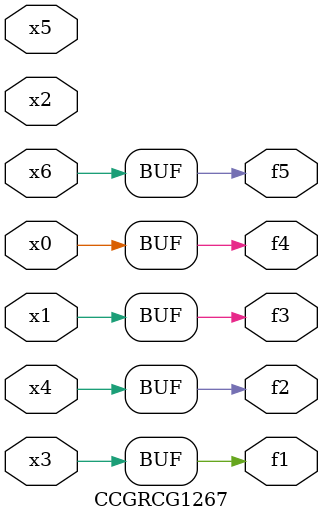
<source format=v>
module CCGRCG1267(
	input x0, x1, x2, x3, x4, x5, x6,
	output f1, f2, f3, f4, f5
);
	assign f1 = x3;
	assign f2 = x4;
	assign f3 = x1;
	assign f4 = x0;
	assign f5 = x6;
endmodule

</source>
